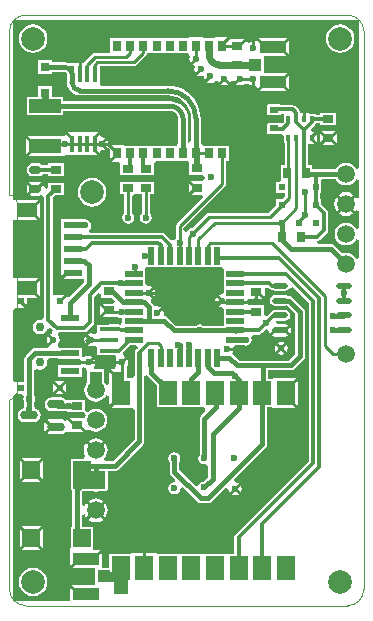
<source format=gtl>
G04 Layer_Physical_Order=1*
G04 Layer_Color=255*
%FSLAX42Y42*%
%MOMM*%
G71*
G01*
G75*
%ADD10C,0.40*%
%ADD11C,0.60*%
%ADD12C,0.25*%
%ADD13R,1.05X1.00*%
%ADD14R,2.20X1.05*%
%ADD15R,0.97X0.66*%
%ADD16R,0.35X0.50*%
%ADD17R,0.80X0.80*%
%ADD18R,0.66X0.97*%
%ADD19R,1.60X0.30*%
%ADD20R,0.60X0.60*%
%ADD21R,1.60X0.60*%
%ADD22R,1.80X1.20*%
%ADD23R,1.55X0.60*%
%ADD24R,1.50X2.00*%
%ADD25R,0.70X0.90*%
%ADD26R,2.70X1.20*%
G04:AMPARAMS|DCode=27|XSize=0.66mm|YSize=0.97mm|CornerRadius=0.17mm|HoleSize=0mm|Usage=FLASHONLY|Rotation=270.000|XOffset=0mm|YOffset=0mm|HoleType=Round|Shape=RoundedRectangle|*
%AMROUNDEDRECTD27*
21,1,0.66,0.64,0,0,270.0*
21,1,0.33,0.97,0,0,270.0*
1,1,0.33,-0.32,-0.17*
1,1,0.33,-0.32,0.17*
1,1,0.33,0.32,0.17*
1,1,0.33,0.32,-0.17*
%
%ADD27ROUNDEDRECTD27*%
%ADD28O,1.52X0.76*%
%ADD29R,0.55X1.50*%
%ADD30R,1.50X0.55*%
%ADD31R,0.50X0.60*%
%ADD32R,0.60X0.50*%
%ADD33R,0.45X1.45*%
%ADD34O,1.35X0.50*%
%ADD35R,1.50X1.50*%
%ADD36C,0.30*%
%ADD37R,1.35X0.90*%
%ADD38R,2.70X1.50*%
%ADD39R,1.30X2.50*%
%ADD40R,0.80X0.60*%
%ADD41R,0.80X0.60*%
%ADD42C,0.10*%
%ADD43C,1.50*%
%ADD44C,0.75*%
%ADD45C,2.00*%
%ADD46R,1.00X1.00*%
%ADD47C,0.60*%
G36*
X410Y2085D02*
X593D01*
X614Y2062D01*
X614Y2060D01*
X614Y2058D01*
X593Y2035D01*
X410D01*
Y1935D01*
X610D01*
Y2006D01*
X617Y2011D01*
X635Y2017D01*
X640Y2013D01*
X648Y2008D01*
X660Y1988D01*
Y1889D01*
X647Y1872D01*
X637Y1849D01*
X634Y1824D01*
X637Y1799D01*
X647Y1776D01*
X662Y1756D01*
X682Y1741D01*
X705Y1731D01*
X730Y1728D01*
X755Y1731D01*
X778Y1741D01*
X798Y1756D01*
X813Y1776D01*
X815Y1780D01*
X840Y1775D01*
Y1693D01*
X931Y1784D01*
X949Y1766D01*
X858Y1675D01*
X1034D01*
X1040Y1675D01*
X1059Y1660D01*
Y1407D01*
X873Y1221D01*
X812D01*
X804Y1240D01*
X803Y1246D01*
X818Y1265D01*
X828Y1290D01*
X831Y1316D01*
X828Y1342D01*
X818Y1367D01*
X809Y1377D01*
X739Y1307D01*
X730Y1316D01*
X721Y1307D01*
X651Y1377D01*
X642Y1367D01*
X632Y1342D01*
X629Y1316D01*
X632Y1290D01*
X640Y1270D01*
X630Y1245D01*
X520D01*
Y1142D01*
X520Y1140D01*
Y990D01*
X521Y982D01*
X526Y976D01*
X529Y973D01*
Y665D01*
X520D01*
Y494D01*
X511Y473D01*
X511Y454D01*
Y335D01*
X580Y404D01*
X598Y386D01*
X529Y317D01*
X726D01*
Y178D01*
X529D01*
X598Y109D01*
X580Y91D01*
X511Y160D01*
Y40D01*
X30D01*
X30Y1776D01*
X55Y1795D01*
X107D01*
X119Y1770D01*
X119Y1770D01*
X115Y1750D01*
X119Y1730D01*
X125Y1721D01*
Y1689D01*
X119Y1680D01*
X116Y1667D01*
X105Y1665D01*
X86Y1652D01*
X73Y1633D01*
X68Y1610D01*
X73Y1587D01*
X86Y1568D01*
X105Y1555D01*
X128Y1551D01*
X204D01*
X226Y1555D01*
X246Y1568D01*
X259Y1587D01*
X263Y1610D01*
X259Y1633D01*
X246Y1652D01*
X226Y1665D01*
X215Y1667D01*
X213Y1680D01*
X206Y1689D01*
Y1721D01*
X213Y1730D01*
X217Y1750D01*
X213Y1770D01*
X206Y1779D01*
Y1994D01*
X231Y2007D01*
X237Y2003D01*
X260Y1999D01*
X283Y2003D01*
X303Y2017D01*
X317Y2037D01*
X321Y2060D01*
X318Y2074D01*
X334Y2099D01*
X410D01*
Y2085D01*
D02*
G37*
G36*
X2960Y4960D02*
X2960Y3702D01*
X2935Y3697D01*
X2933Y3702D01*
X2918Y3722D01*
X2898Y3737D01*
X2875Y3747D01*
X2850Y3750D01*
X2825Y3747D01*
X2802Y3737D01*
X2782Y3722D01*
X2767Y3702D01*
X2764Y3695D01*
X2564D01*
Y3728D01*
X2526D01*
Y3910D01*
X2582D01*
X2549Y3944D01*
X2565Y3960D01*
X2549Y3976D01*
X2582Y4010D01*
X2561D01*
X2551Y4035D01*
X2583Y4067D01*
X2588Y4075D01*
X2595D01*
Y4084D01*
X2632D01*
Y4068D01*
X2768D01*
Y4174D01*
X2632D01*
Y4156D01*
X2595D01*
Y4165D01*
X2535D01*
Y4170D01*
X2463D01*
Y4172D01*
X2460Y4186D01*
X2453Y4198D01*
X2424Y4227D01*
X2412Y4234D01*
X2399Y4237D01*
X2299D01*
X2299Y4238D01*
X2294Y4244D01*
X2288Y4249D01*
X2280Y4250D01*
X2200D01*
X2192Y4249D01*
X2186Y4244D01*
X2181Y4238D01*
X2180Y4230D01*
Y4170D01*
X2181Y4162D01*
X2186Y4156D01*
X2192Y4151D01*
X2200Y4150D01*
X2280D01*
X2288Y4151D01*
X2294Y4156D01*
X2299Y4162D01*
X2300Y4166D01*
X2300D01*
X2325Y4165D01*
Y4095D01*
X2320Y4090D01*
X2294Y4084D01*
X2288Y4089D01*
X2280Y4090D01*
X2200D01*
X2192Y4089D01*
X2186Y4084D01*
X2181Y4078D01*
X2180Y4070D01*
Y4010D01*
X2181Y4002D01*
X2186Y3996D01*
X2192Y3991D01*
X2200Y3990D01*
X2280D01*
X2288Y3991D01*
X2294Y3996D01*
X2296Y3997D01*
X2300Y3998D01*
X2325Y3977D01*
Y3915D01*
X2329D01*
Y3728D01*
X2296D01*
Y3592D01*
X2271Y3590D01*
X2260D01*
Y3490D01*
X2329D01*
Y3461D01*
X2308Y3440D01*
X2260D01*
Y3392D01*
X2191Y3323D01*
X1690D01*
X1677Y3321D01*
X1667Y3313D01*
X1550Y3197D01*
X1550Y3197D01*
X1530Y3193D01*
X1514Y3182D01*
X1503Y3166D01*
X1498Y3163D01*
X1473Y3179D01*
Y3196D01*
X1823Y3547D01*
X1831Y3557D01*
X1833Y3570D01*
Y3765D01*
X1855D01*
Y3895D01*
X1745D01*
Y3895D01*
X1635D01*
X1621Y3914D01*
Y4120D01*
X1621D01*
X1617Y4164D01*
X1607Y4207D01*
X1590Y4248D01*
X1567Y4285D01*
X1539Y4319D01*
X1505Y4347D01*
X1468Y4370D01*
X1427Y4387D01*
X1384Y4397D01*
X1340Y4401D01*
Y4401D01*
X787D01*
X765Y4407D01*
Y4567D01*
X1050D01*
X1063Y4569D01*
X1073Y4577D01*
X1153Y4657D01*
X1161Y4667D01*
X1162Y4675D01*
X1185Y4675D01*
X1210Y4675D01*
X1390D01*
X1415Y4675D01*
X1440Y4675D01*
X1513D01*
X1521Y4665D01*
X1526Y4645D01*
X1524Y4630D01*
X1528Y4608D01*
X1533Y4601D01*
X1571Y4639D01*
X1589Y4621D01*
X1551Y4583D01*
X1558Y4578D01*
X1561Y4577D01*
X1568Y4562D01*
X1564Y4540D01*
X1568Y4518D01*
X1573Y4511D01*
X1611Y4549D01*
X1629Y4531D01*
X1591Y4493D01*
X1598Y4488D01*
X1620Y4484D01*
X1643Y4480D01*
X1646Y4465D01*
X1648Y4458D01*
X1653Y4451D01*
X1691Y4489D01*
X1709Y4471D01*
X1671Y4433D01*
X1678Y4428D01*
X1700Y4424D01*
X1722Y4428D01*
X1740Y4440D01*
X1742Y4442D01*
X1768Y4438D01*
X1773Y4431D01*
X1811Y4469D01*
X1820Y4460D01*
X1829Y4469D01*
X1867Y4431D01*
X1872Y4438D01*
X1872Y4439D01*
X1898D01*
X1898Y4438D01*
X1903Y4431D01*
X1941Y4469D01*
X1959Y4451D01*
X1921Y4413D01*
X1928Y4408D01*
X1950Y4404D01*
X1972Y4408D01*
X1990Y4420D01*
X1990Y4420D01*
X2020D01*
X2020Y4420D01*
X2038Y4408D01*
X2060Y4404D01*
X2072Y4406D01*
X2097Y4390D01*
Y4373D01*
X2166Y4441D01*
X2184Y4424D01*
X2115Y4355D01*
X2350D01*
X2281Y4424D01*
X2290Y4433D01*
X2281Y4441D01*
X2350Y4510D01*
X2152D01*
Y4650D01*
X2350D01*
X2281Y4719D01*
X2290Y4728D01*
X2281Y4736D01*
X2350Y4805D01*
X2115D01*
X2184Y4736D01*
X2166Y4719D01*
X2096Y4789D01*
X2072Y4774D01*
X2060Y4776D01*
X2038Y4772D01*
X2029Y4766D01*
X2004Y4777D01*
Y4782D01*
X1954Y4732D01*
X1936Y4750D01*
X1986Y4800D01*
X1868D01*
X1809Y4741D01*
X1791Y4759D01*
X1842Y4810D01*
X1740D01*
Y4805D01*
X1640D01*
Y4810D01*
X1520D01*
Y4805D01*
X1440D01*
X1415Y4805D01*
X1390Y4805D01*
X1210D01*
X1195Y4805D01*
X1170Y4805D01*
X1100D01*
X1075Y4805D01*
Y4805D01*
X1075D01*
Y4805D01*
X990D01*
X965Y4805D01*
Y4805D01*
X965D01*
Y4805D01*
X855D01*
Y4678D01*
X725D01*
X712Y4676D01*
X702Y4668D01*
X634Y4601D01*
X632Y4598D01*
X545D01*
Y4592D01*
X505D01*
X494Y4597D01*
X468Y4601D01*
Y4601D01*
X360D01*
Y4620D01*
X240D01*
Y4500D01*
X360D01*
Y4519D01*
X468D01*
Y4519D01*
X475Y4518D01*
X481Y4514D01*
X485Y4508D01*
Y4407D01*
X490D01*
X490Y4403D01*
X502Y4376D01*
X520Y4352D01*
X543Y4334D01*
X571Y4323D01*
X600Y4319D01*
Y4319D01*
X1340D01*
X1342Y4320D01*
X1379Y4316D01*
X1416Y4304D01*
X1451Y4286D01*
X1481Y4261D01*
X1506Y4231D01*
X1524Y4196D01*
X1536Y4159D01*
X1540Y4122D01*
X1539Y4120D01*
Y3935D01*
X1514Y3917D01*
X1511Y3918D01*
Y4120D01*
X1511Y4121D01*
X1508Y4149D01*
X1499Y4178D01*
X1485Y4204D01*
X1467Y4227D01*
X1444Y4245D01*
X1418Y4259D01*
X1389Y4268D01*
X1361Y4271D01*
X1360Y4271D01*
X455D01*
Y4310D01*
X360D01*
Y4400D01*
X240D01*
Y4310D01*
X145D01*
Y4150D01*
X455D01*
Y4189D01*
X1360D01*
X1360Y4189D01*
X1378Y4187D01*
X1395Y4180D01*
X1409Y4169D01*
X1420Y4155D01*
X1427Y4138D01*
X1429Y4120D01*
X1429Y4120D01*
Y3914D01*
X1415Y3895D01*
X1390Y3895D01*
X1210D01*
X1195Y3895D01*
X1170Y3895D01*
X1075Y3895D01*
X1050Y3895D01*
X970D01*
Y3900D01*
X860D01*
X845Y3907D01*
X835Y3919D01*
X832Y3932D01*
X827Y3939D01*
X798Y3910D01*
X834Y3874D01*
X850Y3869D01*
Y3778D01*
X901Y3829D01*
X919Y3811D01*
X868Y3760D01*
X916D01*
X937Y3749D01*
Y3643D01*
X1062D01*
X1073Y3643D01*
X1098Y3643D01*
X1223D01*
Y3740D01*
X1223Y3749D01*
X1242Y3765D01*
X1390D01*
X1415Y3765D01*
X1440Y3765D01*
X1501D01*
X1522Y3754D01*
Y3648D01*
X1639D01*
X1654Y3630D01*
X1654Y3629D01*
X1655Y3622D01*
X1638Y3598D01*
X1637Y3597D01*
X1534D01*
X1584Y3548D01*
X1575Y3539D01*
X1584Y3530D01*
X1534Y3480D01*
X1631D01*
X1640Y3457D01*
X1417Y3233D01*
X1409Y3223D01*
X1407Y3210D01*
Y3108D01*
X1404Y3106D01*
X1398Y3098D01*
X1374Y3092D01*
X1368Y3092D01*
X1315Y3145D01*
X1304Y3153D01*
X1290Y3156D01*
X679D01*
X671Y3181D01*
X676Y3184D01*
X687Y3200D01*
X691Y3220D01*
X687Y3240D01*
X676Y3256D01*
X660Y3267D01*
X640Y3271D01*
X633Y3270D01*
Y3270D01*
X438D01*
Y3170D01*
Y3070D01*
Y2970D01*
Y2875D01*
X432D01*
Y2783D01*
X479Y2829D01*
X496Y2811D01*
X450Y2765D01*
X629D01*
Y2737D01*
X505Y2613D01*
X488Y2620D01*
X434Y2566D01*
X416Y2584D01*
X462Y2630D01*
X370D01*
X366Y2654D01*
Y3454D01*
X387Y3476D01*
X458D01*
Y3582D01*
X322D01*
Y3533D01*
X321Y3532D01*
X319Y3531D01*
X294Y3545D01*
X291Y3562D01*
X289Y3565D01*
X244Y3520D01*
X226Y3538D01*
X271Y3583D01*
X268Y3585D01*
X252Y3588D01*
X188D01*
X172Y3585D01*
X169Y3583D01*
X214Y3538D01*
X205Y3529D01*
X214Y3520D01*
X169Y3475D01*
X172Y3473D01*
X188Y3469D01*
X252D01*
X268Y3473D01*
X270Y3474D01*
X276Y3473D01*
X294Y3460D01*
Y2438D01*
X294Y2436D01*
X270Y2419D01*
X260Y2421D01*
X237Y2417D01*
X217Y2403D01*
X203Y2383D01*
X199Y2360D01*
X203Y2337D01*
X217Y2317D01*
X237Y2303D01*
X260Y2299D01*
X283Y2303D01*
X303Y2317D01*
X317Y2337D01*
X318Y2346D01*
X345Y2354D01*
X369Y2330D01*
X363Y2309D01*
X360Y2305D01*
X348Y2302D01*
X341Y2297D01*
X379Y2259D01*
X370Y2250D01*
X379Y2241D01*
X333Y2195D01*
X329Y2181D01*
X220D01*
X204Y2178D01*
X191Y2169D01*
X191Y2169D01*
X137Y2115D01*
X128Y2101D01*
X125Y2086D01*
X125Y2086D01*
Y1895D01*
X55D01*
X45Y1895D01*
X30Y1914D01*
Y2499D01*
X55Y2520D01*
X132D01*
X86Y2566D01*
X104Y2584D01*
X150Y2538D01*
Y2605D01*
X242D01*
X166Y2681D01*
X175Y2690D01*
X166Y2699D01*
X242Y2775D01*
X30D01*
Y3265D01*
X242D01*
X166Y3341D01*
X175Y3350D01*
X166Y3359D01*
X242Y3435D01*
X30D01*
X30Y4960D01*
X2960Y4960D01*
D02*
G37*
G36*
X1084Y2179D02*
X1078Y2174D01*
X1071Y2169D01*
X1062Y2156D01*
X1059Y2140D01*
Y1940D01*
X1040Y1925D01*
X1034Y1925D01*
X995D01*
Y2005D01*
X995Y2005D01*
X997Y2030D01*
X1002Y2038D01*
X1006Y2060D01*
X1002Y2082D01*
X997Y2089D01*
X959Y2051D01*
X941Y2069D01*
X979Y2107D01*
X972Y2112D01*
X969Y2113D01*
X960Y2140D01*
X1023Y2203D01*
X1075D01*
X1084Y2179D01*
D02*
G37*
G36*
X2767Y3606D02*
X2782Y3586D01*
X2802Y3571D01*
X2825Y3561D01*
X2850Y3558D01*
X2875Y3561D01*
X2898Y3571D01*
X2918Y3586D01*
X2933Y3606D01*
X2935Y3611D01*
X2960Y3606D01*
Y3461D01*
X2948Y3455D01*
X2935Y3454D01*
X2929Y3461D01*
X2868Y3400D01*
X2929Y3339D01*
X2935Y3346D01*
X2948Y3345D01*
X2960Y3339D01*
Y3194D01*
X2935Y3189D01*
X2933Y3194D01*
X2918Y3214D01*
X2898Y3229D01*
X2875Y3239D01*
X2850Y3242D01*
X2825Y3239D01*
X2802Y3229D01*
X2782Y3214D01*
X2767Y3194D01*
X2757Y3171D01*
X2754Y3146D01*
X2757Y3121D01*
X2767Y3098D01*
X2782Y3078D01*
X2802Y3063D01*
X2825Y3053D01*
X2850Y3050D01*
X2875Y3053D01*
X2898Y3063D01*
X2918Y3078D01*
X2933Y3098D01*
X2935Y3103D01*
X2960Y3098D01*
Y2940D01*
X2935Y2935D01*
X2933Y2940D01*
X2918Y2960D01*
X2898Y2975D01*
X2875Y2985D01*
X2850Y2988D01*
X2825Y2985D01*
X2818Y2982D01*
X2751Y3049D01*
X2738Y3058D01*
X2722Y3061D01*
X2722Y3061D01*
X2610D01*
X2607Y3086D01*
X2614Y3087D01*
X2625Y3095D01*
X2685Y3155D01*
X2693Y3166D01*
X2696Y3180D01*
Y3325D01*
X2693Y3339D01*
X2685Y3350D01*
X2640Y3395D01*
Y3440D01*
X2631D01*
Y3490D01*
X2640D01*
Y3590D01*
X2640D01*
X2644Y3613D01*
X2764D01*
X2767Y3606D01*
D02*
G37*
G36*
X2534Y2565D02*
Y1225D01*
X1915Y605D01*
X1907Y594D01*
X1904Y580D01*
Y440D01*
X1845Y440D01*
X1820Y440D01*
X1660D01*
X1645Y440D01*
X1620Y440D01*
X1460D01*
X1445Y440D01*
X1420Y440D01*
X1263D01*
X1240Y445D01*
X1222Y445D01*
X1058D01*
X1040Y445D01*
X1017Y440D01*
X845D01*
Y317D01*
X782D01*
Y455D01*
X713Y386D01*
X695Y404D01*
X764Y473D01*
X734D01*
X710Y475D01*
X710Y498D01*
Y665D01*
X611D01*
Y768D01*
X636Y773D01*
X642Y757D01*
X651Y747D01*
X712Y808D01*
X651Y869D01*
X642Y859D01*
X636Y843D01*
X611Y848D01*
Y963D01*
X617Y970D01*
X705D01*
X705Y969D01*
X730Y966D01*
X755Y969D01*
X755Y970D01*
X810D01*
X818Y971D01*
X824Y976D01*
X829Y982D01*
X830Y990D01*
Y1139D01*
X890D01*
X890Y1139D01*
X906Y1142D01*
X919Y1151D01*
X1129Y1361D01*
X1129Y1361D01*
X1138Y1374D01*
X1141Y1390D01*
X1141Y1390D01*
Y1944D01*
X1166Y1949D01*
X1171Y1941D01*
X1245Y1867D01*
Y1680D01*
X1435D01*
Y1680D01*
X1445D01*
Y1680D01*
X1635D01*
Y1680D01*
X1645D01*
X1653Y1675D01*
X1658Y1645D01*
X1621Y1609D01*
X1612Y1596D01*
X1609Y1580D01*
X1609Y1580D01*
Y1276D01*
X1603Y1267D01*
X1599Y1247D01*
X1603Y1227D01*
X1614Y1211D01*
X1630Y1200D01*
X1650Y1196D01*
X1654Y1197D01*
X1679Y1179D01*
Y1087D01*
X1642Y1049D01*
X1630Y1047D01*
X1614Y1036D01*
X1603Y1020D01*
X1576Y1012D01*
X1437Y1151D01*
Y1218D01*
X1443Y1227D01*
X1447Y1247D01*
X1443Y1267D01*
X1432Y1283D01*
X1416Y1294D01*
X1396Y1298D01*
X1376Y1294D01*
X1360Y1283D01*
X1349Y1267D01*
X1345Y1247D01*
X1349Y1227D01*
X1355Y1218D01*
Y1134D01*
X1355Y1134D01*
X1358Y1118D01*
X1367Y1105D01*
X1405Y1068D01*
X1399Y1053D01*
X1393Y1043D01*
X1376Y1040D01*
X1360Y1029D01*
X1349Y1013D01*
X1345Y993D01*
X1349Y973D01*
X1360Y957D01*
X1376Y946D01*
X1396Y942D01*
X1416Y946D01*
X1432Y957D01*
X1443Y973D01*
X1446Y990D01*
X1456Y996D01*
X1471Y1002D01*
X1591Y881D01*
X1591Y881D01*
X1604Y872D01*
X1620Y869D01*
X1680D01*
X1680Y869D01*
X1696Y872D01*
X1709Y881D01*
X1831Y1003D01*
X1854Y991D01*
X1854Y990D01*
X1858Y968D01*
X1863Y961D01*
X1901Y999D01*
X1939Y1037D01*
X1932Y1042D01*
X1910Y1046D01*
X1909Y1046D01*
X1897Y1069D01*
X2169Y1341D01*
X2178Y1354D01*
X2181Y1370D01*
X2181Y1370D01*
Y1680D01*
X2217D01*
X2240Y1675D01*
X2258Y1675D01*
X2422D01*
X2331Y1766D01*
X2349Y1784D01*
X2440Y1693D01*
Y1907D01*
X2349Y1816D01*
X2331Y1834D01*
X2422Y1925D01*
X2258D01*
X2240Y1925D01*
X2217Y1920D01*
X2186D01*
Y1994D01*
X2384D01*
X2384Y1994D01*
X2400Y1997D01*
X2413Y2006D01*
X2489Y2081D01*
X2498Y2094D01*
X2501Y2110D01*
X2501Y2110D01*
Y2490D01*
X2501Y2490D01*
X2498Y2506D01*
X2489Y2519D01*
X2489Y2519D01*
X2395Y2612D01*
X2382Y2621D01*
X2367Y2624D01*
X2366Y2624D01*
X2352D01*
X2350Y2626D01*
X2333Y2629D01*
X2248D01*
X2230Y2626D01*
X2215Y2616D01*
X2205Y2601D01*
X2202Y2583D01*
X2205Y2566D01*
X2215Y2551D01*
X2230Y2541D01*
X2248Y2538D01*
X2333D01*
X2350Y2541D01*
X2351Y2542D01*
X2419Y2473D01*
Y2127D01*
X2368Y2075D01*
X1942D01*
X1889Y2129D01*
X1882Y2133D01*
X1892Y2148D01*
X1896Y2170D01*
X1895Y2178D01*
X1913Y2203D01*
X1983D01*
X2000Y2199D01*
X2020Y2203D01*
X2036Y2214D01*
X2047Y2230D01*
X2051Y2250D01*
X2047Y2270D01*
X2061Y2294D01*
X2110D01*
X2124Y2297D01*
X2135Y2305D01*
X2173Y2342D01*
X2173Y2342D01*
X2179Y2339D01*
X2198Y2322D01*
X2200Y2310D01*
X2204Y2304D01*
X2239Y2338D01*
X2256Y2321D01*
X2222Y2286D01*
X2228Y2282D01*
X2248Y2278D01*
X2333D01*
X2352Y2282D01*
X2358Y2286D01*
X2324Y2321D01*
X2333Y2329D01*
X2324Y2338D01*
X2358Y2373D01*
X2352Y2377D01*
X2333Y2381D01*
X2269D01*
X2256Y2406D01*
X2259Y2411D01*
X2333D01*
X2350Y2414D01*
X2365Y2424D01*
X2375Y2439D01*
X2378Y2457D01*
X2375Y2474D01*
X2365Y2489D01*
X2350Y2499D01*
X2333Y2502D01*
X2248D01*
X2230Y2499D01*
X2215Y2489D01*
X2208Y2479D01*
X2183Y2454D01*
X2158Y2464D01*
Y2542D01*
X2022D01*
X2010Y2562D01*
Y2570D01*
X2016Y2593D01*
X2146D01*
X2096Y2642D01*
X2114Y2660D01*
X2164Y2611D01*
Y2686D01*
X2189Y2691D01*
X2195Y2685D01*
X2206Y2677D01*
X2220Y2674D01*
X2221D01*
X2230Y2668D01*
X2248Y2665D01*
X2333D01*
X2350Y2668D01*
X2365Y2678D01*
X2373Y2691D01*
X2378Y2693D01*
X2401Y2698D01*
X2534Y2565D01*
D02*
G37*
G36*
X1809Y2859D02*
X1815Y2843D01*
Y2762D01*
Y2649D01*
X1800Y2636D01*
X1778Y2632D01*
X1771Y2627D01*
X1809Y2589D01*
X1800Y2580D01*
X1809Y2571D01*
X1771Y2533D01*
X1778Y2528D01*
X1800Y2524D01*
X1815Y2501D01*
Y2443D01*
Y2371D01*
X1639D01*
X1630Y2377D01*
X1610Y2381D01*
X1590Y2377D01*
X1581Y2371D01*
X1407D01*
X1339Y2439D01*
X1326Y2448D01*
X1324Y2448D01*
X1316Y2452D01*
X1309Y2455D01*
X1306Y2476D01*
X1306Y2480D01*
X1302Y2502D01*
X1297Y2509D01*
X1259Y2471D01*
X1241Y2489D01*
X1279Y2527D01*
X1272Y2532D01*
X1250Y2536D01*
X1240Y2535D01*
X1218Y2546D01*
X1209Y2559D01*
X1209Y2559D01*
X1196Y2571D01*
X1201Y2595D01*
X1204Y2599D01*
X1209Y2603D01*
X1171Y2641D01*
X1180Y2650D01*
X1171Y2659D01*
X1209Y2697D01*
X1202Y2702D01*
X1180Y2706D01*
X1174Y2705D01*
X1169Y2705D01*
X1147Y2720D01*
X1145Y2723D01*
Y2843D01*
X1151Y2859D01*
X1167Y2865D01*
X1793D01*
X1809Y2859D01*
D02*
G37*
G36*
X772Y2641D02*
Y2608D01*
X864D01*
X890Y2582D01*
X880Y2557D01*
X784D01*
X834Y2508D01*
X825Y2499D01*
X834Y2490D01*
X784Y2440D01*
X914D01*
X914Y2440D01*
X937Y2436D01*
X949Y2434D01*
X955Y2429D01*
Y2399D01*
X940Y2380D01*
X928D01*
X925Y2381D01*
X840D01*
X837Y2380D01*
X740D01*
Y2313D01*
X722Y2297D01*
X714Y2301D01*
X712Y2302D01*
X690Y2306D01*
X668Y2302D01*
X661Y2297D01*
X699Y2259D01*
X690Y2250D01*
X699Y2241D01*
X661Y2203D01*
X668Y2198D01*
X690Y2194D01*
X712Y2198D01*
X714Y2199D01*
X722Y2203D01*
X740Y2187D01*
Y2120D01*
X837D01*
X840Y2119D01*
X895D01*
X899Y2114D01*
X906Y2094D01*
X898Y2082D01*
X894Y2060D01*
X898Y2038D01*
X903Y2030D01*
X890Y2005D01*
X863D01*
X929Y1939D01*
X911Y1921D01*
X845Y1987D01*
Y1925D01*
X840D01*
Y1873D01*
X815Y1868D01*
X813Y1872D01*
X800Y1889D01*
Y2000D01*
X724D01*
X719Y2007D01*
X713Y2025D01*
X722Y2038D01*
X726Y2060D01*
X722Y2082D01*
X717Y2089D01*
X679Y2051D01*
X661Y2069D01*
X699Y2107D01*
X692Y2112D01*
X670Y2116D01*
X648Y2112D01*
X635Y2103D01*
X617Y2109D01*
X610Y2114D01*
Y2185D01*
X417D01*
X410Y2210D01*
X410Y2210D01*
X422Y2228D01*
X426Y2250D01*
X422Y2272D01*
X410Y2289D01*
X411Y2293D01*
X418Y2314D01*
X630D01*
X644Y2317D01*
X655Y2325D01*
X705Y2375D01*
X713Y2386D01*
X716Y2400D01*
Y2617D01*
X749Y2650D01*
X772Y2641D01*
D02*
G37*
%LPC*%
G36*
X480Y1882D02*
X443Y1845D01*
X480Y1808D01*
Y1882D01*
D02*
G37*
G36*
X425Y1827D02*
X388Y1790D01*
X462D01*
X425Y1827D01*
D02*
G37*
G36*
X303Y1551D02*
X296Y1541D01*
X291Y1516D01*
X296Y1491D01*
X303Y1481D01*
X338Y1516D01*
X303Y1551D01*
D02*
G37*
G36*
X432Y1763D02*
X356D01*
X334Y1759D01*
X314Y1746D01*
X301Y1727D01*
X297Y1704D01*
X301Y1681D01*
X314Y1662D01*
X334Y1649D01*
X356Y1645D01*
X432D01*
X455Y1649D01*
X457Y1650D01*
X471D01*
X480Y1644D01*
X500Y1640D01*
X502Y1639D01*
Y1638D01*
X615D01*
X631Y1638D01*
X643Y1623D01*
X647Y1617D01*
X637Y1595D01*
X636Y1587D01*
X514D01*
X564Y1538D01*
X546Y1520D01*
X491Y1574D01*
X471Y1566D01*
X457Y1576D01*
X432Y1581D01*
X356D01*
X331Y1576D01*
X321Y1569D01*
X365Y1525D01*
X356Y1516D01*
X365Y1507D01*
X321Y1463D01*
X331Y1456D01*
X356Y1451D01*
X432D01*
X457Y1456D01*
X473Y1467D01*
X496Y1470D01*
X496Y1470D01*
X496Y1470D01*
X626D01*
X576Y1520D01*
X594Y1538D01*
X645Y1487D01*
X648Y1490D01*
X669Y1497D01*
X682Y1487D01*
X705Y1477D01*
X730Y1474D01*
X755Y1477D01*
X778Y1487D01*
X798Y1502D01*
X813Y1522D01*
X823Y1545D01*
X826Y1570D01*
X823Y1595D01*
X813Y1618D01*
X798Y1638D01*
X778Y1653D01*
X755Y1663D01*
X730Y1666D01*
X705Y1663D01*
X682Y1653D01*
X663Y1639D01*
X659Y1639D01*
X638Y1648D01*
X638Y1660D01*
Y1744D01*
X502D01*
Y1744D01*
X477Y1742D01*
X474Y1746D01*
X455Y1759D01*
X432Y1763D01*
D02*
G37*
G36*
X462Y1900D02*
X388D01*
X425Y1863D01*
X462Y1900D01*
D02*
G37*
G36*
X370Y1882D02*
Y1808D01*
X407Y1845D01*
X370Y1882D01*
D02*
G37*
G36*
X267Y670D02*
X103D01*
X185Y588D01*
X267Y670D01*
D02*
G37*
G36*
X285Y652D02*
X203Y570D01*
X285Y488D01*
Y652D01*
D02*
G37*
G36*
X200Y321D02*
X169Y317D01*
X139Y305D01*
X114Y286D01*
X95Y261D01*
X83Y231D01*
X79Y200D01*
X83Y169D01*
X95Y139D01*
X114Y114D01*
X139Y95D01*
X169Y83D01*
X200Y79D01*
X231Y83D01*
X261Y95D01*
X286Y114D01*
X305Y139D01*
X317Y169D01*
X321Y200D01*
X317Y231D01*
X305Y261D01*
X286Y286D01*
X261Y305D01*
X231Y317D01*
X200Y321D01*
D02*
G37*
G36*
X185Y552D02*
X103Y470D01*
X267D01*
X185Y552D01*
D02*
G37*
G36*
X85Y652D02*
Y488D01*
X167Y570D01*
X85Y652D01*
D02*
G37*
G36*
X285Y1232D02*
X203Y1150D01*
X285Y1068D01*
Y1232D01*
D02*
G37*
G36*
X267Y1250D02*
X103D01*
X185Y1168D01*
X267Y1250D01*
D02*
G37*
G36*
X730Y1417D02*
X704Y1414D01*
X679Y1404D01*
X669Y1395D01*
X730Y1334D01*
X791Y1395D01*
X781Y1404D01*
X756Y1414D01*
X730Y1417D01*
D02*
G37*
G36*
X85Y1232D02*
Y1068D01*
X167Y1150D01*
X85Y1232D01*
D02*
G37*
G36*
X185Y1132D02*
X103Y1050D01*
X267D01*
X185Y1132D01*
D02*
G37*
G36*
X2756Y4017D02*
X2644D01*
X2694Y3968D01*
X2685Y3959D01*
X2694Y3950D01*
X2644Y3900D01*
X2756D01*
X2706Y3950D01*
X2715Y3959D01*
X2706Y3968D01*
X2756Y4017D01*
D02*
G37*
G36*
X2626Y3999D02*
Y3918D01*
X2667Y3959D01*
X2626Y3999D01*
D02*
G37*
G36*
X2774Y3999D02*
X2733Y3959D01*
X2774Y3918D01*
Y3999D01*
D02*
G37*
G36*
X1516Y3579D02*
Y3498D01*
X1557Y3539D01*
X1516Y3579D01*
D02*
G37*
G36*
X252Y3745D02*
X188D01*
X174Y3742D01*
X162Y3734D01*
X154Y3722D01*
X151Y3708D01*
Y3675D01*
X154Y3661D01*
X162Y3648D01*
X174Y3640D01*
X188Y3638D01*
X252D01*
X266Y3640D01*
X278Y3648D01*
X283Y3656D01*
X322D01*
Y3638D01*
X458D01*
Y3744D01*
X322D01*
Y3727D01*
X283D01*
X278Y3734D01*
X266Y3742D01*
X252Y3745D01*
D02*
G37*
G36*
X140Y3957D02*
Y3823D01*
X207Y3890D01*
X140Y3957D01*
D02*
G37*
G36*
X2600Y3992D02*
X2568Y3960D01*
X2600Y3928D01*
Y3992D01*
D02*
G37*
G36*
X2368Y4787D02*
X2308Y4728D01*
X2368Y4668D01*
Y4787D01*
D02*
G37*
G36*
X200Y4921D02*
X169Y4917D01*
X139Y4905D01*
X114Y4886D01*
X95Y4861D01*
X83Y4831D01*
X79Y4800D01*
X83Y4769D01*
X95Y4739D01*
X114Y4714D01*
X139Y4695D01*
X169Y4683D01*
X200Y4679D01*
X231Y4683D01*
X261Y4695D01*
X286Y4714D01*
X305Y4739D01*
X317Y4769D01*
X321Y4800D01*
X317Y4831D01*
X305Y4861D01*
X286Y4886D01*
X261Y4905D01*
X231Y4917D01*
X200Y4921D01*
D02*
G37*
G36*
X2800D02*
X2769Y4917D01*
X2739Y4905D01*
X2714Y4886D01*
X2695Y4861D01*
X2683Y4831D01*
X2679Y4800D01*
X2683Y4769D01*
X2695Y4739D01*
X2714Y4714D01*
X2739Y4695D01*
X2769Y4683D01*
X2800Y4679D01*
X2831Y4683D01*
X2861Y4695D01*
X2886Y4714D01*
X2905Y4739D01*
X2917Y4769D01*
X2921Y4800D01*
X2917Y4831D01*
X2905Y4861D01*
X2886Y4886D01*
X2861Y4905D01*
X2831Y4917D01*
X2800Y4921D01*
D02*
G37*
G36*
X752Y4008D02*
X498D01*
X536Y3969D01*
X519Y3951D01*
X480Y3990D01*
Y3989D01*
X460Y3975D01*
X158D01*
X234Y3899D01*
X225Y3890D01*
X234Y3881D01*
X158Y3805D01*
X458D01*
X460Y3805D01*
Y3805D01*
X480Y3812D01*
X480Y3812D01*
X752D01*
X714Y3851D01*
X731Y3869D01*
X770Y3830D01*
Y3846D01*
X780Y3854D01*
X802Y3858D01*
X809Y3863D01*
X771Y3901D01*
X780Y3910D01*
X771Y3919D01*
X809Y3957D01*
X802Y3962D01*
X780Y3966D01*
X770Y3974D01*
Y3990D01*
X731Y3951D01*
X714Y3969D01*
X752Y4008D01*
D02*
G37*
G36*
X2368Y4492D02*
X2308Y4433D01*
X2368Y4373D01*
Y4492D01*
D02*
G37*
G36*
X1820Y4442D02*
X1791Y4413D01*
X1798Y4408D01*
X1820Y4404D01*
X1842Y4408D01*
X1849Y4413D01*
X1820Y4442D01*
D02*
G37*
G36*
X151Y3565D02*
X149Y3562D01*
X146Y3545D01*
Y3512D01*
X149Y3496D01*
X151Y3493D01*
X187Y3529D01*
X151Y3565D01*
D02*
G37*
G36*
X323Y2279D02*
X318Y2272D01*
X314Y2250D01*
X318Y2228D01*
X323Y2221D01*
X352Y2250D01*
X323Y2279D01*
D02*
G37*
G36*
X260Y2757D02*
X193Y2690D01*
X260Y2623D01*
Y2757D01*
D02*
G37*
G36*
X700Y3621D02*
X669Y3617D01*
X639Y3605D01*
X614Y3586D01*
X595Y3561D01*
X583Y3531D01*
X579Y3500D01*
X583Y3469D01*
X595Y3439D01*
X614Y3414D01*
X639Y3395D01*
X669Y3383D01*
X700Y3379D01*
X731Y3383D01*
X761Y3395D01*
X786Y3414D01*
X805Y3439D01*
X817Y3469D01*
X821Y3500D01*
X817Y3531D01*
X805Y3561D01*
X786Y3586D01*
X761Y3605D01*
X731Y3617D01*
X700Y3621D01*
D02*
G37*
G36*
X1087Y3587D02*
X1064Y3587D01*
X937D01*
Y3481D01*
X972D01*
Y3323D01*
X969Y3321D01*
X958Y3305D01*
X954Y3285D01*
X958Y3265D01*
X969Y3249D01*
X985Y3238D01*
X1005Y3234D01*
X1025Y3238D01*
X1041Y3249D01*
X1052Y3265D01*
X1056Y3285D01*
X1052Y3305D01*
X1041Y3321D01*
X1038Y3323D01*
Y3463D01*
X1056Y3481D01*
X1073D01*
X1096Y3481D01*
X1122D01*
Y3323D01*
X1119Y3321D01*
X1108Y3305D01*
X1104Y3285D01*
X1108Y3265D01*
X1119Y3249D01*
X1135Y3238D01*
X1155Y3234D01*
X1175Y3238D01*
X1191Y3249D01*
X1202Y3265D01*
X1206Y3285D01*
X1202Y3305D01*
X1191Y3321D01*
X1188Y3323D01*
Y3481D01*
X1223D01*
Y3587D01*
X1098D01*
X1087Y3587D01*
D02*
G37*
G36*
X260Y3417D02*
X193Y3350D01*
X260Y3283D01*
Y3417D01*
D02*
G37*
G36*
X2771Y3461D02*
X2762Y3451D01*
X2752Y3426D01*
X2749Y3400D01*
X2752Y3374D01*
X2762Y3349D01*
X2771Y3339D01*
X2832Y3400D01*
X2771Y3461D01*
D02*
G37*
G36*
X2850Y3501D02*
X2824Y3498D01*
X2799Y3488D01*
X2789Y3479D01*
X2850Y3418D01*
X2911Y3479D01*
X2901Y3488D01*
X2876Y3498D01*
X2850Y3501D01*
D02*
G37*
G36*
X2850Y3382D02*
X2789Y3321D01*
X2799Y3312D01*
X2824Y3302D01*
X2850Y3299D01*
X2876Y3302D01*
X2901Y3312D01*
X2911Y3321D01*
X2850Y3382D01*
D02*
G37*
G36*
X2300Y2236D02*
X2278Y2232D01*
X2271Y2227D01*
X2300Y2198D01*
X2329Y2227D01*
X2322Y2232D01*
X2300Y2236D01*
D02*
G37*
G36*
X2253Y2209D02*
X2248Y2202D01*
X2244Y2180D01*
X2248Y2158D01*
X2253Y2151D01*
X2282Y2180D01*
X2253Y2209D01*
D02*
G37*
G36*
X2300Y2162D02*
X2271Y2133D01*
X2278Y2128D01*
X2300Y2124D01*
X2322Y2128D01*
X2329Y2133D01*
X2300Y2162D01*
D02*
G37*
G36*
X2347Y2209D02*
X2318Y2180D01*
X2347Y2151D01*
X2352Y2158D01*
X2356Y2180D01*
X2352Y2202D01*
X2347Y2209D01*
D02*
G37*
G36*
X730Y790D02*
X669Y729D01*
X679Y720D01*
X704Y710D01*
X730Y707D01*
X756Y710D01*
X781Y720D01*
X791Y729D01*
X730Y790D01*
D02*
G37*
G36*
X809Y869D02*
X748Y808D01*
X809Y747D01*
X818Y757D01*
X828Y782D01*
X831Y808D01*
X828Y834D01*
X818Y859D01*
X809Y869D01*
D02*
G37*
G36*
X730Y909D02*
X704Y906D01*
X679Y896D01*
X669Y887D01*
X730Y826D01*
X791Y887D01*
X781Y896D01*
X756Y906D01*
X730Y909D01*
D02*
G37*
G36*
X1910Y972D02*
X1881Y943D01*
X1888Y938D01*
X1910Y934D01*
X1932Y938D01*
X1939Y943D01*
X1910Y972D01*
D02*
G37*
G36*
X1957Y1019D02*
X1928Y990D01*
X1957Y961D01*
X1962Y968D01*
X1966Y990D01*
X1962Y1012D01*
X1957Y1019D01*
D02*
G37*
G36*
X2376Y2355D02*
X2350Y2329D01*
X2376Y2304D01*
X2380Y2310D01*
X2384Y2330D01*
X2380Y2349D01*
X2376Y2355D01*
D02*
G37*
G36*
X1753Y2609D02*
X1748Y2602D01*
X1744Y2580D01*
X1748Y2558D01*
X1753Y2551D01*
X1782Y2580D01*
X1753Y2609D01*
D02*
G37*
G36*
X1227Y2679D02*
X1198Y2650D01*
X1227Y2621D01*
X1232Y2628D01*
X1236Y2650D01*
X1232Y2672D01*
X1227Y2679D01*
D02*
G37*
G36*
X766Y2539D02*
Y2458D01*
X807Y2499D01*
X766Y2539D01*
D02*
G37*
G36*
X643Y2279D02*
X638Y2272D01*
X634Y2250D01*
X638Y2228D01*
X643Y2221D01*
X672Y2250D01*
X643Y2279D01*
D02*
G37*
%LPD*%
D10*
X1590Y3820D02*
G03*
X1580Y3830I-10J0D01*
G01*
Y4120D02*
G03*
X1340Y4360I-240J0D01*
G01*
X528Y4432D02*
G03*
X600Y4360I72J0D01*
G01*
X528Y4500D02*
G03*
X468Y4560I-60J0D01*
G01*
X1470Y4120D02*
G03*
X1360Y4230I-110J0D01*
G01*
X1580Y3830D02*
Y4120D01*
X1590Y3761D02*
Y3820D01*
X528Y4432D02*
Y4500D01*
X600Y4360D02*
X1340D01*
X300Y4560D02*
X468D01*
X1390Y2330D02*
X1910D01*
X1440Y2100D02*
Y2210D01*
X600Y1180D02*
X730D01*
X1470Y3830D02*
Y4120D01*
X300Y4230D02*
X1360D01*
X2305Y3095D02*
Y3240D01*
X1100Y1390D02*
Y2140D01*
X2460Y2110D02*
Y2490D01*
X2384Y2034D02*
X2460Y2110D01*
X2367Y2583D02*
X2460Y2490D01*
X166Y1750D02*
Y2086D01*
Y1660D02*
Y1750D01*
Y1610D02*
Y1660D01*
X570Y615D02*
X615Y570D01*
X570Y615D02*
Y980D01*
X615Y1025D01*
Y1150D01*
X730Y1180D02*
X890D01*
X730Y1062D02*
Y1180D01*
X1520Y2100D02*
Y2210D01*
X2517Y3654D02*
X2850D01*
X2511Y3660D02*
X2517Y3654D01*
X1200Y1970D02*
Y2100D01*
X1310Y2410D02*
X1390Y2330D01*
X1680Y2020D02*
Y2100D01*
X394Y1704D02*
X407Y1691D01*
X166Y2086D02*
X220Y2140D01*
X505D01*
X510Y2135D01*
X1140Y2570D02*
X1180Y2530D01*
X1050Y2570D02*
X1140D01*
X940Y2730D02*
X1050D01*
X407Y1691D02*
X500D01*
X570D01*
X1590Y3701D02*
Y3761D01*
X890Y1180D02*
X1100Y1390D01*
X1540Y1800D02*
Y1920D01*
X840Y2661D02*
X869D01*
X960Y2570D01*
X1050D01*
X1940Y1800D02*
X1950Y1810D01*
X535Y3220D02*
X640D01*
X1180Y2410D02*
Y2410D01*
Y2530D01*
X1050Y2410D02*
X1180D01*
X1310D01*
X1680Y2020D02*
X1730Y1970D01*
X1600Y1980D02*
Y2100D01*
X1540Y1920D02*
X1600Y1980D01*
X1200Y1970D02*
X1340Y1830D01*
X1940Y1670D02*
Y1800D01*
X1650Y1247D02*
Y1580D01*
X1750Y1680D01*
Y1790D01*
X1720Y1450D02*
X1940Y1670D01*
X1650Y1000D02*
X1720Y1070D01*
Y1450D01*
X1680Y910D02*
X2140Y1370D01*
Y1800D01*
X1396Y1134D02*
Y1247D01*
Y1134D02*
X1620Y910D01*
X1680D01*
X2145Y1806D02*
Y2034D01*
X2384D01*
X1760Y2100D02*
X1860D01*
X1925Y2034D01*
X2145D01*
X535Y2920D02*
X630D01*
X670Y2880D01*
X510Y2435D02*
Y2560D01*
X670Y2720D01*
Y2880D01*
X2290Y2583D02*
X2367D01*
X2740Y2450D02*
X2824D01*
X2830Y2457D01*
X2740Y2330D02*
X2830D01*
X2830Y2330D01*
X1730Y1970D02*
X1880D01*
X1940Y1800D02*
Y1910D01*
X1880Y1970D02*
X1910Y1940D01*
X1940Y1910D01*
X2305Y3095D02*
X2380Y3020D01*
X2722D01*
X2850Y2892D01*
D11*
X2099Y4580D02*
G03*
X2101Y4582I0J2D01*
G01*
X1690Y4665D02*
G03*
X1777Y4579I87J0D01*
G01*
X2080Y4580D02*
X2099D01*
Y4579D02*
Y4580D01*
X1930Y4579D02*
X2099D01*
X1690Y4665D02*
Y4740D01*
X1777Y4579D02*
X1930D01*
X300Y4340D02*
X300D01*
X300Y4230D02*
Y4340D01*
X1470Y3830D02*
X1470D01*
D12*
X320Y3910D02*
G03*
X300Y3890I0J-20D01*
G01*
X1840Y2170D02*
X1980D01*
X1580Y3830D02*
X1690D01*
X2363Y3646D02*
Y3660D01*
X2362Y3646D02*
Y3960D01*
X1520Y3120D02*
X1690Y3290D01*
X2430Y3365D02*
Y3960D01*
X949Y2490D02*
X1050D01*
X849D02*
X949D01*
X1180Y2650D02*
X1450D01*
X1050D02*
X1180D01*
X2223Y3067D02*
X2670Y2620D01*
Y2200D02*
Y2620D01*
Y2200D02*
X2740Y2130D01*
X2500Y3310D02*
Y3500D01*
X2060Y4404D02*
Y4460D01*
X1950D02*
X2060D01*
X2492Y4120D02*
Y4188D01*
X2450Y3260D02*
X2500Y3310D01*
X2450Y3240D02*
Y3260D01*
X2060Y4720D02*
Y4810D01*
X1800Y4740D02*
X1929D01*
X1930Y4741D01*
X1580Y4630D02*
X1580Y4630D01*
X1580Y4630D02*
Y4740D01*
X593Y4500D02*
Y4647D01*
X1140Y320D02*
Y530D01*
X530Y2060D02*
X670D01*
X950D01*
X940Y1800D02*
X950Y1810D01*
X1450Y2650D02*
X1530Y2570D01*
X2090Y2610D02*
Y2651D01*
X2050Y2570D02*
X2090Y2610D01*
X1910Y2570D02*
X2050D01*
X2362Y3646D02*
Y3646D01*
X2363Y3646D01*
X2349Y3660D02*
X2362Y3646D01*
X2363Y3448D02*
Y3646D01*
X2305Y3390D02*
X2363Y3448D01*
Y3646D02*
X2366Y3643D01*
X1800Y3570D02*
Y3830D01*
X1440Y3210D02*
X1800Y3570D01*
X1440Y3070D02*
Y3210D01*
X1020Y4680D02*
Y4740D01*
X658Y4500D02*
Y4577D01*
X528Y3910D02*
X593D01*
X658D01*
X723D01*
X830Y3910D02*
X910Y3830D01*
X1130Y4680D02*
Y4740D01*
X658Y4577D02*
X725Y4645D01*
X985D01*
X1020Y4680D01*
X1050Y4600D02*
X1130Y4680D01*
X723Y4500D02*
Y4579D01*
X744Y4600D01*
X1050D01*
X1150Y2960D02*
X1200D01*
X1200Y2960D01*
X1440D02*
Y3070D01*
X1155Y3285D02*
Y3534D01*
X1005Y3285D02*
Y3534D01*
X1065Y2825D02*
Y2865D01*
X1050Y2810D02*
X1065Y2825D01*
X1600Y2960D02*
Y3100D01*
X1740Y3240D01*
X1520Y2960D02*
Y3120D01*
X723Y3910D02*
X780Y3910D01*
X830D01*
X1100Y2140D02*
Y2148D01*
X1172Y2220D01*
X1260D01*
X1280Y2200D01*
Y2100D02*
Y2200D01*
X2305Y3240D02*
X2430Y3365D01*
X1740Y3240D02*
X2305D01*
X1690Y3290D02*
X2205D01*
X2305Y3390D01*
X1680Y2960D02*
Y3047D01*
X1700Y3067D01*
X2223D01*
X2740Y2130D02*
X2850D01*
X950Y1810D02*
Y2060D01*
X650Y2250D02*
X840D01*
X320Y3910D02*
X528D01*
X1530Y2570D02*
X1910D01*
D13*
X799Y247D02*
D03*
X2080Y4580D02*
D03*
D14*
X646Y100D02*
D03*
Y395D02*
D03*
X2232Y4728D02*
D03*
Y4433D02*
D03*
D15*
X2700Y4121D02*
D03*
Y3959D02*
D03*
X1930Y4579D02*
D03*
X1930Y4741D02*
D03*
X840Y2499D02*
D03*
Y2661D02*
D03*
X2090Y2651D02*
D03*
Y2489D02*
D03*
X1590Y3701D02*
D03*
Y3539D02*
D03*
X570Y1529D02*
D03*
X570Y1691D02*
D03*
X390Y3691D02*
D03*
Y3529D02*
D03*
X1155Y3696D02*
D03*
Y3534D02*
D03*
X1005Y3696D02*
D03*
X1005Y3534D02*
D03*
D16*
X2492Y3960D02*
D03*
Y4120D02*
D03*
X2427Y3960D02*
D03*
Y4120D02*
D03*
X2558D02*
D03*
Y3960D02*
D03*
X2362D02*
D03*
Y4120D02*
D03*
D17*
X300Y4340D02*
D03*
X300Y4560D02*
D03*
D18*
X2349Y3660D02*
D03*
X2511Y3660D02*
D03*
X2309Y3120D02*
D03*
X2471Y3120D02*
D03*
D19*
X840Y2345D02*
D03*
Y2250D02*
D03*
Y2155D02*
D03*
D20*
X95Y1845D02*
D03*
Y2575D02*
D03*
X425D02*
D03*
Y1845D02*
D03*
D21*
X510Y2435D02*
D03*
Y2135D02*
D03*
Y1985D02*
D03*
D22*
X145Y2690D02*
D03*
Y3350D02*
D03*
D23*
X535Y2920D02*
D03*
Y3020D02*
D03*
Y3120D02*
D03*
Y3220D02*
D03*
Y2820D02*
D03*
D24*
X2340Y320D02*
D03*
X2140D02*
D03*
X1740D02*
D03*
X1940D02*
D03*
X1140D02*
D03*
X940D02*
D03*
X1340D02*
D03*
X1540D02*
D03*
Y1800D02*
D03*
X1340D02*
D03*
X940D02*
D03*
X1940D02*
D03*
X1740D02*
D03*
X2140D02*
D03*
X2340D02*
D03*
D25*
X1800Y3830D02*
D03*
X1690Y3830D02*
D03*
X1580D02*
D03*
X1470Y3830D02*
D03*
X1360Y3830D02*
D03*
X1250D02*
D03*
X1020D02*
D03*
X910D02*
D03*
X1130D02*
D03*
X1130Y4740D02*
D03*
X910D02*
D03*
X1020D02*
D03*
X1250D02*
D03*
X1360D02*
D03*
X1470D02*
D03*
X1580D02*
D03*
X1690D02*
D03*
X1800D02*
D03*
D26*
X300Y4230D02*
D03*
Y3890D02*
D03*
D27*
X220Y3529D02*
D03*
X220Y3691D02*
D03*
D28*
X166Y1610D02*
D03*
X394Y1704D02*
D03*
Y1516D02*
D03*
D29*
X1200Y2960D02*
D03*
X1280D02*
D03*
X1360D02*
D03*
X1440D02*
D03*
X1520D02*
D03*
X1600D02*
D03*
X1680D02*
D03*
X1760D02*
D03*
Y2100D02*
D03*
X1680D02*
D03*
X1600D02*
D03*
X1520D02*
D03*
X1440D02*
D03*
X1360D02*
D03*
X1280D02*
D03*
X1200D02*
D03*
D30*
X1910Y2810D02*
D03*
Y2730D02*
D03*
Y2650D02*
D03*
Y2570D02*
D03*
Y2490D02*
D03*
Y2410D02*
D03*
Y2330D02*
D03*
Y2250D02*
D03*
X1050D02*
D03*
Y2330D02*
D03*
Y2410D02*
D03*
Y2490D02*
D03*
Y2570D02*
D03*
Y2650D02*
D03*
Y2730D02*
D03*
Y2810D02*
D03*
D31*
X2595Y3240D02*
D03*
Y3390D02*
D03*
Y3540D02*
D03*
X2305D02*
D03*
Y3390D02*
D03*
Y3240D02*
D03*
D32*
X2450D02*
D03*
D33*
X528Y4500D02*
D03*
X528Y3910D02*
D03*
X658Y4500D02*
D03*
X593D02*
D03*
X723D02*
D03*
X658Y3910D02*
D03*
X593D02*
D03*
X723D02*
D03*
D34*
X2290Y2583D02*
D03*
X2830D02*
D03*
Y2710D02*
D03*
X2290D02*
D03*
X2830Y2457D02*
D03*
X2290D02*
D03*
X2830Y2330D02*
D03*
X2290D02*
D03*
D35*
X185Y1150D02*
D03*
X615D02*
D03*
X185Y570D02*
D03*
X615D02*
D03*
D36*
X2490Y3654D02*
Y3958D01*
X2340Y2810D02*
X2570Y2580D01*
Y1210D02*
Y2580D01*
X1940Y580D02*
X2570Y1210D01*
X2281Y2940D02*
X2620Y2601D01*
Y1170D02*
Y2601D01*
X2140Y690D02*
X2620Y1170D01*
X2173Y2393D02*
X2236Y2457D01*
X2110Y2330D02*
X2173Y2393D01*
X2236Y2457D02*
X2290D01*
X1910Y2330D02*
X2110D01*
X2230Y4039D02*
X2319D01*
X2427Y4120D02*
Y4172D01*
X2399Y4201D02*
X2427Y4172D01*
X2230Y4201D02*
X2399D01*
X2558Y4120D02*
X2699D01*
X2558Y4093D02*
Y4120D01*
X2492Y4028D02*
X2558Y4093D01*
X2492Y3960D02*
Y4028D01*
X2427Y4092D02*
X2492Y4028D01*
X2427Y4092D02*
Y4120D01*
X2595Y3540D02*
Y3649D01*
X535Y3120D02*
X535Y3120D01*
X1020Y3711D02*
Y3830D01*
X1005Y3696D02*
X1020Y3711D01*
X1130Y3721D02*
X1130Y3830D01*
X1130Y3721D02*
X1155Y3696D01*
X840Y2345D02*
X925D01*
X940Y2330D01*
X1050D01*
X1050Y2330D01*
X840Y2155D02*
X925D01*
X1020Y2250D01*
X1050D01*
X1910Y2490D02*
X2089D01*
X2595Y3390D02*
Y3540D01*
X1740Y1800D02*
X1750Y1790D01*
X1910Y2250D02*
X1910Y2250D01*
X220Y3691D02*
X390D01*
X220Y3691D02*
X220Y3691D01*
X330Y3469D02*
X390Y3529D01*
X535Y3120D02*
X1290D01*
X1360Y3050D01*
Y2960D02*
Y3050D01*
X1260Y3070D02*
X1280Y3050D01*
Y2960D02*
Y3050D01*
X535Y3020D02*
X650D01*
X700Y3070D01*
X1260D01*
X1910Y2330D02*
X1920Y2320D01*
X2319Y4039D02*
X2362Y4083D01*
Y4120D01*
X2471Y3120D02*
X2600D01*
X2660Y3180D01*
Y3325D01*
X2595Y3390D02*
X2660Y3325D01*
X2140Y320D02*
Y690D01*
X1940Y320D02*
Y580D01*
X1760Y2960D02*
X1780Y2940D01*
X330Y2420D02*
Y3469D01*
Y2420D02*
X400Y2350D01*
X630D01*
X680Y2400D01*
Y2632D02*
X778Y2730D01*
X680Y2400D02*
Y2632D01*
X778Y2730D02*
X940D01*
X1910Y2810D02*
X2340D01*
X1910Y2730D02*
X2200D01*
X2220Y2710D01*
X2290D01*
X2290Y2710D01*
X2830Y2583D02*
Y2647D01*
Y2710D01*
X1780Y2940D02*
X2281D01*
D37*
X882Y245D02*
D03*
D38*
X675Y1065D02*
D03*
D39*
X945Y225D02*
D03*
D40*
X2240Y4200D02*
D03*
Y4040D02*
D03*
D41*
Y3870D02*
D03*
D42*
X137Y5000D02*
G03*
X0Y4863I0J-137D01*
G01*
X3000D02*
G03*
X2863Y5000I-137J0D01*
G01*
X2863Y0D02*
G03*
X3000Y137I0J137D01*
G01*
X0Y137D02*
G03*
X137Y0I137J0D01*
G01*
X0Y1740D02*
G03*
X60Y1800I0J60D01*
G01*
Y3420D02*
G03*
X0Y3480I-60J0D01*
G01*
X137Y5000D02*
X2863D01*
X3000Y137D02*
Y4863D01*
X137Y0D02*
X2863D01*
X60Y1800D02*
Y3420D01*
X0Y3480D02*
Y4863D01*
Y137D02*
Y1740D01*
D43*
X730Y1316D02*
D03*
Y1570D02*
D03*
Y1824D02*
D03*
Y808D02*
D03*
Y1062D02*
D03*
X2850Y2892D02*
D03*
Y3146D02*
D03*
Y3654D02*
D03*
Y3400D02*
D03*
Y2130D02*
D03*
D44*
X260Y2360D02*
D03*
Y2060D02*
D03*
D45*
X700Y3500D02*
D03*
X2800Y4800D02*
D03*
X2800Y200D02*
D03*
X200Y4800D02*
D03*
Y200D02*
D03*
D46*
X730Y1930D02*
D03*
X920D02*
D03*
D47*
X949Y2490D02*
D03*
X370Y2250D02*
D03*
X690D02*
D03*
X1180Y2650D02*
D03*
X1710Y3630D02*
D03*
X1840Y2170D02*
D03*
X2300Y2180D02*
D03*
X1800Y2580D02*
D03*
X1250Y2480D02*
D03*
X2173Y2393D02*
D03*
X166Y1750D02*
D03*
Y1660D02*
D03*
X1520Y2210D02*
D03*
X1430D02*
D03*
X670Y2060D02*
D03*
X950D02*
D03*
X1150Y2960D02*
D03*
X1396Y993D02*
D03*
X1440Y3070D02*
D03*
X1396Y1247D02*
D03*
X1650D02*
D03*
X1904D02*
D03*
X1910Y990D02*
D03*
X940Y2730D02*
D03*
X500Y1691D02*
D03*
X1590Y3761D02*
D03*
X1790Y240D02*
D03*
X1690D02*
D03*
X1155Y3285D02*
D03*
X1005Y3285D02*
D03*
X1065Y2865D02*
D03*
X2500Y3310D02*
D03*
Y3500D02*
D03*
X1580Y4630D02*
D03*
X1620Y4540D02*
D03*
X1700Y4480D02*
D03*
X1820Y4460D02*
D03*
X1950D02*
D03*
X2060D02*
D03*
Y4720D02*
D03*
X470Y3910D02*
D03*
X780D02*
D03*
X2000Y2250D02*
D03*
X640Y3220D02*
D03*
X1610Y2330D02*
D03*
X1550Y3146D02*
D03*
X1650Y1000D02*
D03*
X2740Y2450D02*
D03*
Y2330D02*
D03*
X2830Y2647D02*
D03*
X1910Y1940D02*
D03*
M02*

</source>
